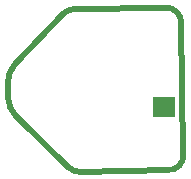
<source format=gbr>
*
G4_C Author: OrCAD GerbTool(tm) 8.1.1 Thu Jun 19 00:55:12 2003*
%LPD*%
%LNstifftop*%
%FSLAX34Y34*%
%MOIN*%
%AD*%
%AMD26R91*
20,1,0.027000,0.000000,-0.036000,0.000000,0.036000,91.000000*
%
%ADD10C,0.010000*%
%ADD11C,0.020000*%
%ADD12D26R91*%
%ADD26R,0.027000X0.072000*%
G4_C OrCAD GerbTool Tool List *
G54D11*
G1X94037Y24098D2*
G75*
G3X93528Y24590I-500J-9D1*
G74*
G1X90460Y24536D1*
G75*
G3X90110Y24384I9J-500D1*
G74*
G1X90295Y19258D2*
G75*
G3X90650Y19119I348J360D1*
G74*
G1X93623Y19170D1*
G1X94114Y19679D2*
G1X94037Y24098D1*
G1X93623Y19170D2*
G75*
G3X94114Y19679I-9J500D1*
G74*
G1X90295Y19258D2*
G1X88562Y20931D1*
G75*
G2X88257Y21633I695J719D1*
G74*
G1X88250Y22036D1*
G1X88530Y22748D2*
G1X90110Y24384D1*
G1X88250Y22036D2*
G75*
G2X88530Y22748I1000J17D1*
G74*
G54D12*
G1X93470Y21487D3*
G1X93474Y21287D3*
G1X93477Y21089D3*
M2*

</source>
